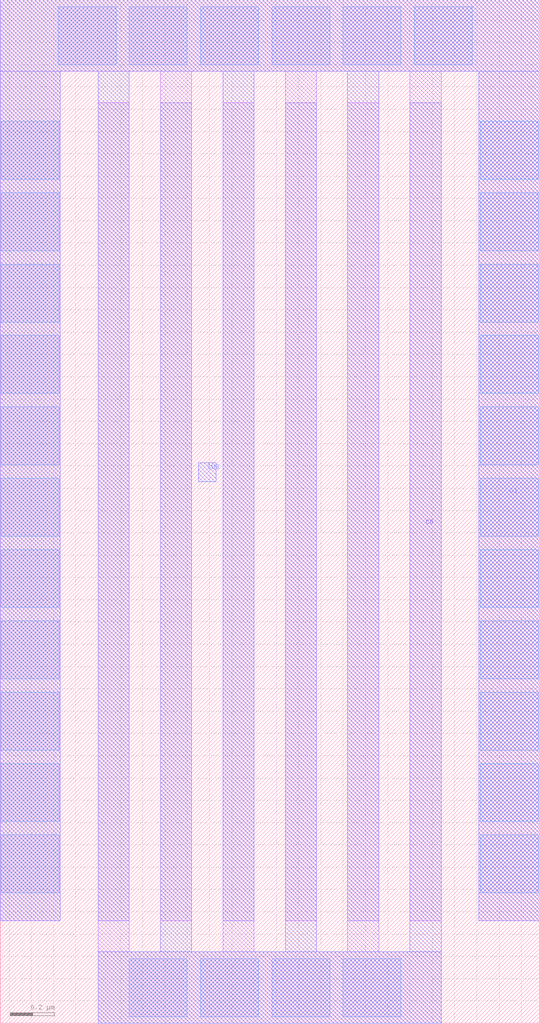
<source format=lef>
# Copyright 2020 The SkyWater PDK Authors
#
# Licensed under the Apache License, Version 2.0 (the "License");
# you may not use this file except in compliance with the License.
# You may obtain a copy of the License at
#
#     https://www.apache.org/licenses/LICENSE-2.0
#
# Unless required by applicable law or agreed to in writing, software
# distributed under the License is distributed on an "AS IS" BASIS,
# WITHOUT WARRANTIES OR CONDITIONS OF ANY KIND, either express or implied.
# See the License for the specific language governing permissions and
# limitations under the License.
#
# SPDX-License-Identifier: Apache-2.0

VERSION 5.7 ;
  NOWIREEXTENSIONATPIN ON ;
  DIVIDERCHAR "/" ;
  BUSBITCHARS "[]" ;
MACRO sky130_fd_pr__cap_vpp_02p4x04p6_m1m2_noshield
  CLASS BLOCK ;
  FOREIGN sky130_fd_pr__cap_vpp_02p4x04p6_m1m2_noshield ;
  ORIGIN  0.440000  0.000000 ;
  SIZE  2.420000 BY  4.590000 ;
  PIN C0
    PORT
      LAYER met2 ;
        RECT 0.000000 0.000000 1.540000 0.320000 ;
        RECT 0.280000 0.320000 0.420000 4.130000 ;
        RECT 0.840000 0.320000 0.980000 4.130000 ;
        RECT 1.400000 0.320000 1.540000 4.130000 ;
    END
  END C0
  PIN C1
    PORT
      LAYER met2 ;
        RECT -0.440000 0.460000 -0.170000 4.270000 ;
        RECT -0.440000 4.270000  1.980000 4.590000 ;
        RECT  0.000000 0.460000  0.140000 4.270000 ;
        RECT  0.560000 0.460000  0.700000 4.270000 ;
        RECT  1.120000 0.460000  1.260000 4.270000 ;
        RECT  1.710000 0.460000  1.980000 4.270000 ;
    END
  END C1
  PIN SUB
    PORT
      LAYER pwell ;
        RECT 0.450000 2.430000 0.530000 2.515000 ;
    END
  END SUB
  OBS
    LAYER met1 ;
      RECT -0.440000 0.460000 -0.170000 4.270000 ;
      RECT -0.440000 4.270000  1.980000 4.590000 ;
      RECT  0.000000 0.000000  1.540000 0.320000 ;
      RECT  0.000000 0.320000  0.140000 4.130000 ;
      RECT  0.280000 0.460000  0.420000 4.270000 ;
      RECT  0.560000 0.320000  0.700000 4.130000 ;
      RECT  0.840000 0.460000  0.980000 4.270000 ;
      RECT  1.120000 0.320000  1.260000 4.130000 ;
      RECT  1.400000 0.460000  1.540000 4.270000 ;
      RECT  1.710000 0.460000  1.980000 4.270000 ;
    LAYER via ;
      RECT -0.435000 0.585000 -0.175000 0.845000 ;
      RECT -0.435000 0.905000 -0.175000 1.165000 ;
      RECT -0.435000 1.225000 -0.175000 1.485000 ;
      RECT -0.435000 1.545000 -0.175000 1.805000 ;
      RECT -0.435000 1.865000 -0.175000 2.125000 ;
      RECT -0.435000 2.185000 -0.175000 2.445000 ;
      RECT -0.435000 2.505000 -0.175000 2.765000 ;
      RECT -0.435000 2.825000 -0.175000 3.085000 ;
      RECT -0.435000 3.145000 -0.175000 3.405000 ;
      RECT -0.435000 3.465000 -0.175000 3.725000 ;
      RECT -0.435000 3.785000 -0.175000 4.045000 ;
      RECT -0.180000 4.300000  0.080000 4.560000 ;
      RECT  0.140000 0.030000  0.400000 0.290000 ;
      RECT  0.140000 4.300000  0.400000 4.560000 ;
      RECT  0.460000 0.030000  0.720000 0.290000 ;
      RECT  0.460000 4.300000  0.720000 4.560000 ;
      RECT  0.780000 0.030000  1.040000 0.290000 ;
      RECT  0.780000 4.300000  1.040000 4.560000 ;
      RECT  1.100000 0.030000  1.360000 0.290000 ;
      RECT  1.100000 4.300000  1.360000 4.560000 ;
      RECT  1.420000 4.300000  1.680000 4.560000 ;
      RECT  1.715000 0.585000  1.975000 0.845000 ;
      RECT  1.715000 0.905000  1.975000 1.165000 ;
      RECT  1.715000 1.225000  1.975000 1.485000 ;
      RECT  1.715000 1.545000  1.975000 1.805000 ;
      RECT  1.715000 1.865000  1.975000 2.125000 ;
      RECT  1.715000 2.185000  1.975000 2.445000 ;
      RECT  1.715000 2.505000  1.975000 2.765000 ;
      RECT  1.715000 2.825000  1.975000 3.085000 ;
      RECT  1.715000 3.145000  1.975000 3.405000 ;
      RECT  1.715000 3.465000  1.975000 3.725000 ;
      RECT  1.715000 3.785000  1.975000 4.045000 ;
  END
END sky130_fd_pr__cap_vpp_02p4x04p6_m1m2_noshield
END LIBRARY

</source>
